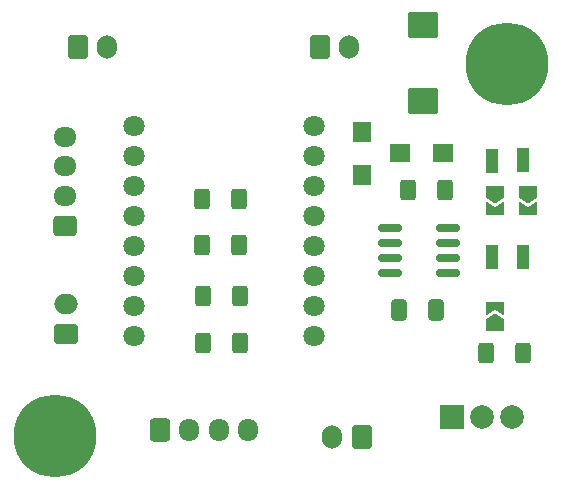
<source format=gts>
G04 #@! TF.GenerationSoftware,KiCad,Pcbnew,9.0.2-9.0.2-0~ubuntu24.04.1*
G04 #@! TF.CreationDate,2025-05-09T21:26:21+01:00*
G04 #@! TF.ProjectId,can-bus-kicad,63616e2d-6275-4732-9d6b-696361642e6b,rev?*
G04 #@! TF.SameCoordinates,Original*
G04 #@! TF.FileFunction,Soldermask,Top*
G04 #@! TF.FilePolarity,Negative*
%FSLAX46Y46*%
G04 Gerber Fmt 4.6, Leading zero omitted, Abs format (unit mm)*
G04 Created by KiCad (PCBNEW 9.0.2-9.0.2-0~ubuntu24.04.1) date 2025-05-09 21:26:21*
%MOMM*%
%LPD*%
G01*
G04 APERTURE LIST*
G04 Aperture macros list*
%AMRoundRect*
0 Rectangle with rounded corners*
0 $1 Rounding radius*
0 $2 $3 $4 $5 $6 $7 $8 $9 X,Y pos of 4 corners*
0 Add a 4 corners polygon primitive as box body*
4,1,4,$2,$3,$4,$5,$6,$7,$8,$9,$2,$3,0*
0 Add four circle primitives for the rounded corners*
1,1,$1+$1,$2,$3*
1,1,$1+$1,$4,$5*
1,1,$1+$1,$6,$7*
1,1,$1+$1,$8,$9*
0 Add four rect primitives between the rounded corners*
20,1,$1+$1,$2,$3,$4,$5,0*
20,1,$1+$1,$4,$5,$6,$7,0*
20,1,$1+$1,$6,$7,$8,$9,0*
20,1,$1+$1,$8,$9,$2,$3,0*%
%AMFreePoly0*
4,1,6,1.000000,0.000000,0.500000,-0.750000,-0.500000,-0.750000,-0.500000,0.750000,0.500000,0.750000,1.000000,0.000000,1.000000,0.000000,$1*%
%AMFreePoly1*
4,1,6,0.500000,-0.750000,-0.650000,-0.750000,-0.150000,0.000000,-0.650000,0.750000,0.500000,0.750000,0.500000,-0.750000,0.500000,-0.750000,$1*%
G04 Aperture macros list end*
%ADD10RoundRect,0.250000X0.725000X-0.600000X0.725000X0.600000X-0.725000X0.600000X-0.725000X-0.600000X0*%
%ADD11O,1.950000X1.700000*%
%ADD12RoundRect,0.250000X0.400000X0.625000X-0.400000X0.625000X-0.400000X-0.625000X0.400000X-0.625000X0*%
%ADD13RoundRect,0.250000X-0.600000X-0.725000X0.600000X-0.725000X0.600000X0.725000X-0.600000X0.725000X0*%
%ADD14O,1.700000X1.950000*%
%ADD15RoundRect,0.250000X-0.600000X-0.750000X0.600000X-0.750000X0.600000X0.750000X-0.600000X0.750000X0*%
%ADD16O,1.700000X2.000000*%
%ADD17C,0.800000*%
%ADD18C,7.000000*%
%ADD19R,1.803400X1.600200*%
%ADD20FreePoly0,270.000000*%
%ADD21FreePoly1,270.000000*%
%ADD22R,2.000000X2.000000*%
%ADD23C,2.000000*%
%ADD24R,1.000000X2.000000*%
%ADD25RoundRect,0.250000X0.600000X0.750000X-0.600000X0.750000X-0.600000X-0.750000X0.600000X-0.750000X0*%
%ADD26R,1.600200X1.803400*%
%ADD27RoundRect,0.250000X-0.400000X-0.625000X0.400000X-0.625000X0.400000X0.625000X-0.400000X0.625000X0*%
%ADD28C,1.804000*%
%ADD29RoundRect,0.250000X0.412500X0.650000X-0.412500X0.650000X-0.412500X-0.650000X0.412500X-0.650000X0*%
%ADD30FreePoly0,90.000000*%
%ADD31FreePoly1,90.000000*%
%ADD32RoundRect,0.250000X0.750000X-0.600000X0.750000X0.600000X-0.750000X0.600000X-0.750000X-0.600000X0*%
%ADD33O,2.000000X1.700000*%
%ADD34RoundRect,0.150000X-0.825000X-0.150000X0.825000X-0.150000X0.825000X0.150000X-0.825000X0.150000X0*%
%ADD35RoundRect,0.250001X1.044999X-0.872499X1.044999X0.872499X-1.044999X0.872499X-1.044999X-0.872499X0*%
G04 APERTURE END LIST*
D10*
G04 #@! TO.C,J6*
X101210000Y-87830000D03*
D11*
X101210000Y-85330000D03*
X101210000Y-82830000D03*
X101210000Y-80330000D03*
G04 #@! TD*
D12*
G04 #@! TO.C,R6*
X133350000Y-84800000D03*
X130250000Y-84800000D03*
G04 #@! TD*
D13*
G04 #@! TO.C,J4*
X109200000Y-105100000D03*
D14*
X111700000Y-105100000D03*
X114200000Y-105100000D03*
X116700000Y-105100000D03*
G04 #@! TD*
D15*
G04 #@! TO.C,J3*
X102250000Y-72750000D03*
D16*
X104750000Y-72750000D03*
G04 #@! TD*
D17*
G04 #@! TO.C,H1*
X136005000Y-74135000D03*
X136773845Y-72278845D03*
X136773845Y-75991155D03*
X138630000Y-71510000D03*
D18*
X138630000Y-74135000D03*
D17*
X138630000Y-76760000D03*
X140486155Y-72278845D03*
X140486155Y-75991155D03*
X141255000Y-74135000D03*
G04 #@! TD*
D19*
G04 #@! TO.C,D1*
X133216100Y-81700000D03*
X129583900Y-81700000D03*
G04 #@! TD*
D12*
G04 #@! TO.C,R1*
X139950000Y-98600000D03*
X136850000Y-98600000D03*
G04 #@! TD*
D20*
G04 #@! TO.C,JP3*
X140400000Y-85000000D03*
D21*
X140400000Y-86450000D03*
G04 #@! TD*
D12*
G04 #@! TO.C,R3*
X115880000Y-89500000D03*
X112780000Y-89500000D03*
G04 #@! TD*
D22*
G04 #@! TO.C,J2*
X133960000Y-104000000D03*
D23*
X136500000Y-104000000D03*
X139040000Y-104000000D03*
G04 #@! TD*
D12*
G04 #@! TO.C,R5*
X116000000Y-97750000D03*
X112900000Y-97750000D03*
G04 #@! TD*
D24*
G04 #@! TO.C,IND1*
X140000000Y-82300000D03*
X137300000Y-82400000D03*
X137300000Y-90500000D03*
X140000000Y-90500000D03*
G04 #@! TD*
D15*
G04 #@! TO.C,J1*
X122750000Y-72750000D03*
D16*
X125250000Y-72750000D03*
G04 #@! TD*
D17*
G04 #@! TO.C,H2*
X97690000Y-105650000D03*
X98458845Y-103793845D03*
X98458845Y-107506155D03*
X100315000Y-103025000D03*
D18*
X100315000Y-105650000D03*
D17*
X100315000Y-108275000D03*
X102171155Y-103793845D03*
X102171155Y-107506155D03*
X102940000Y-105650000D03*
G04 #@! TD*
D25*
G04 #@! TO.C,J5*
X126300000Y-105700000D03*
D16*
X123800000Y-105700000D03*
G04 #@! TD*
D26*
G04 #@! TO.C,D2*
X126300000Y-83516100D03*
X126300000Y-79883900D03*
G04 #@! TD*
D27*
G04 #@! TO.C,R4*
X112870000Y-93800000D03*
X115970000Y-93800000D03*
G04 #@! TD*
D28*
G04 #@! TO.C,U1*
X122300000Y-97190000D03*
X122300000Y-94650000D03*
X122300000Y-92110000D03*
X122300000Y-89570000D03*
X122300000Y-84490000D03*
X122300000Y-87030000D03*
X107060000Y-79410000D03*
X122300000Y-79410000D03*
X107060000Y-81950000D03*
X107060000Y-84490000D03*
X107060000Y-87030000D03*
X107060000Y-89570000D03*
X107060000Y-92110000D03*
X107060000Y-94650000D03*
X107060000Y-97190000D03*
X122300000Y-81950000D03*
G04 #@! TD*
D29*
G04 #@! TO.C,C2*
X132562500Y-95000000D03*
X129437500Y-95000000D03*
G04 #@! TD*
D30*
G04 #@! TO.C,JP1*
X137550000Y-96270000D03*
D31*
X137550000Y-94820000D03*
G04 #@! TD*
D32*
G04 #@! TO.C,J7*
X101250000Y-97000000D03*
D33*
X101250000Y-94500000D03*
G04 #@! TD*
D34*
G04 #@! TO.C,U3*
X128670000Y-88080000D03*
X128670000Y-89350000D03*
X128670000Y-90620000D03*
X128670000Y-91890000D03*
X133620000Y-91890000D03*
X133620000Y-90620000D03*
X133620000Y-89350000D03*
X133620000Y-88080000D03*
G04 #@! TD*
D12*
G04 #@! TO.C,R2*
X115880000Y-85620000D03*
X112780000Y-85620000D03*
G04 #@! TD*
D20*
G04 #@! TO.C,JP2*
X137600000Y-85000000D03*
D21*
X137600000Y-86450000D03*
G04 #@! TD*
D35*
G04 #@! TO.C,C3*
X131500000Y-77257500D03*
X131500000Y-70842500D03*
G04 #@! TD*
M02*

</source>
